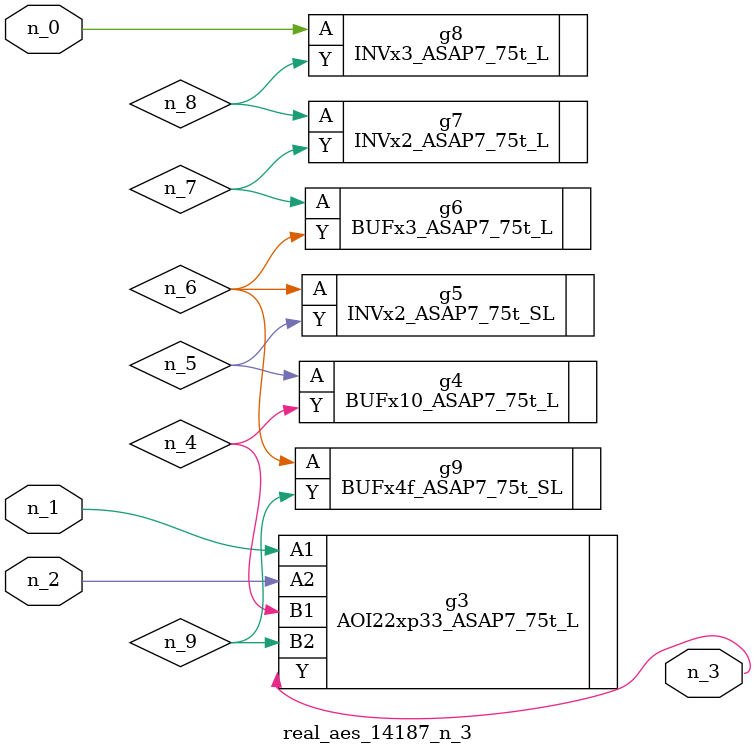
<source format=v>
module real_aes_14187_n_3 (n_0, n_2, n_1, n_3);
input n_0;
input n_2;
input n_1;
output n_3;
wire n_4;
wire n_5;
wire n_7;
wire n_9;
wire n_6;
wire n_8;
INVx3_ASAP7_75t_L g8 ( .A(n_0), .Y(n_8) );
AOI22xp33_ASAP7_75t_L g3 ( .A1(n_1), .A2(n_2), .B1(n_4), .B2(n_9), .Y(n_3) );
BUFx10_ASAP7_75t_L g4 ( .A(n_5), .Y(n_4) );
INVx2_ASAP7_75t_SL g5 ( .A(n_6), .Y(n_5) );
BUFx4f_ASAP7_75t_SL g9 ( .A(n_6), .Y(n_9) );
BUFx3_ASAP7_75t_L g6 ( .A(n_7), .Y(n_6) );
INVx2_ASAP7_75t_L g7 ( .A(n_8), .Y(n_7) );
endmodule
</source>
